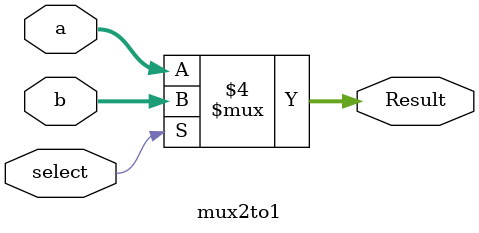
<source format=v>
module mux2to1#(parameter k = 32)
               (input select,
                input [k-1:0]a,
                b,
                output reg[k-1:0]Result);
    
    always@(*)
    begin
        if (select == 0)
        begin
            Result = a;
        end
        else
        begin
            Result = b;
        end
    end
endmodule

</source>
